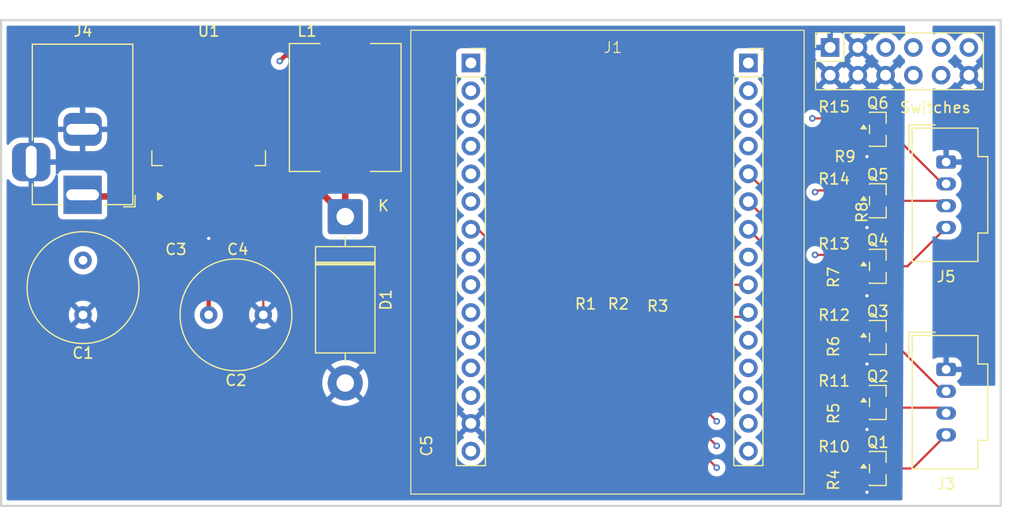
<source format=kicad_pcb>
(kicad_pcb (version 20241229) (generator "pcbnew") (generator_version "9.0")
  (layers (0 "F.Cu" signal) (4 "In1.Cu" signal) (6 "In2.Cu" signal) (2 "B.Cu" signal) (13 "F.Paste" user) (15 "B.Paste" user) (5 "F.SilkS" user "F.Silkscreen") (7 "B.SilkS" user "B.Silkscreen") (1 "F.Mask" user) (3 "B.Mask" user) (25 "Edge.Cuts" user))
  (net 0 "")
  (net 1 "GND")
  (net 2 "+24V")
  (net 3 "+5V")
  (net 4 "/Buck-Out")
  (net 5 "/Red_1")
  (net 6 "/Green_1")
  (net 7 "/Blue_1")
  (net 9 "/Red_2")
  (net 10 "/Blue_2")
  (net 11 "/Green_2")
  (net 12 "Net-(Q1-G)")
  (net 13 "Net-(Q2-G)")
  (net 14 "Net-(Q3-G)")
  (net 15 "Net-(Q4-G)")
  (net 16 "Net-(Q5-G)")
  (net 17 "Net-(Q6-G)")
  (net 18 "+3V3")
  (net 35 "LED_24V")
  (net 36 "Color_Btn")
  (net 37 "Selector_Sw")
  (net 38 "BLUE_PWM")
  (net 39 "Main_Switch")
  (net 40 "Color_Pot")
  (net 41 "Brightness_Pot")
  (net 42 "RED_PWM")
  (net 43 "GREEN_PWM")
  (net 44 "GREEN_PWM_2")
  (net 45 "BLUE_PWM_2")
  (net 46 "RED_PWM_2")
  (footprint "Resistor_SMD:R_0201_0603Metric" (layer "F.Cu") (at 128.745 82.025 90)
    (property "Reference" "R5" (at 0 -1.05 90) (layer "F.SilkS"))
    (property "Value" "10kΩ")
    (pad "1" smd roundrect (at -0.32 0 90) (size 0.46 0.4) (layers "F.Cu" "F.Mask") (net 1 "GND"))
    (pad "2" smd roundrect (at 0.32 0 90) (size 0.46 0.4) (layers "F.Cu" "F.Mask") (net 42 "RED_PWM"))
  )
  (footprint "Custom:ESP32-32-Devkit-30-Pin" (layer "F.Cu") (at 94.5 49.92)
    (property "Reference" "J1" (at 13 -1.42 0) (layer "F.SilkS") (effects (font (thickness 0.1))))
    (property "Value" "ESP32-WROOM-DevKit")
    (fp_line (start -1.33 1.27) (end -1.33 36.89) (stroke (width 0.12)) (layer "F.SilkS"))
    (fp_line (start -1.33 1.27) (end 1.33 1.27) (stroke (width 0.12)) (layer "F.SilkS"))
    (fp_line (start -1.33 36.89) (end 1.33 36.89) (stroke (width 0.12)) (layer "F.SilkS"))
    (fp_line (start 0 -1.33) (end 1.33 -1.33) (stroke (width 0.12)) (layer "F.SilkS"))
    (fp_line (start 1.33 -1.33) (end 1.33 0) (stroke (width 0.12)) (layer "F.SilkS"))
    (fp_line (start 1.33 1.27) (end 1.33 36.89) (stroke (width 0.12)) (layer "F.SilkS"))
    (fp_line (start 24.07 1.27) (end 24.07 36.89) (stroke (width 0.12)) (layer "F.SilkS"))
    (fp_line (start 24.07 1.27) (end 26.73 1.27) (stroke (width 0.12)) (layer "F.SilkS"))
    (fp_line (start 24.07 36.89) (end 26.73 36.89) (stroke (width 0.12)) (layer "F.SilkS"))
    (fp_line (start 25.4 -1.33) (end 26.73 -1.33) (stroke (width 0.12)) (layer "F.SilkS"))
    (fp_line (start 26.73 -1.33) (end 26.73 0) (stroke (width 0.12)) (layer "F.SilkS"))
    (fp_line (start 26.73 1.27) (end 26.73 36.89) (stroke (width 0.12)) (layer "F.SilkS"))
    (fp_rect (start -5.5 -3) (end 30.5 39.5) (stroke (width 0.1)) (fill no) (layer "F.SilkS"))
    (pad "1" thru_hole rect (at 0 0) (size 1.7 1.7) (drill 1) (layers "*.Cu" "*.Mask"))
    (pad "2" thru_hole circle (at 0 2.54) (size 1.7 1.7) (drill 1) (layers "*.Cu" "*.Mask"))
    (pad "3" thru_hole circle (at 0 5.08) (size 1.7 1.7) (drill 1) (layers "*.Cu" "*.Mask"))
    (pad "4" thru_hole circle (at 0 7.62) (size 1.7 1.7) (drill 1) (layers "*.Cu" "*.Mask") (net 40 "Color_Pot"))
    (pad "5" thru_hole circle (at 0 10.16) (size 1.7 1.7) (drill 1) (layers "*.Cu" "*.Mask") (net 41 "Brightness_Pot"))
    (pad "6" thru_hole circle (at 0 12.7) (size 1.7 1.7) (drill 1) (layers "*.Cu" "*.Mask"))
    (pad "7" thru_hole circle (at 0 15.24) (size 1.7 1.7) (drill 1) (layers "*.Cu" "*.Mask") (net 39 "Main_Switch"))
    (pad "8" thru_hole circle (at 0 17.78) (size 1.7 1.7) (drill 1) (layers "*.Cu" "*.Mask") (net 44 "GREEN_PWM_2"))
    (pad "9" thru_hole circle (at 0 20.32) (size 1.7 1.7) (drill 1) (layers "*.Cu" "*.Mask") (net 46 "RED_PWM_2"))
    (pad "10" thru_hole circle (at 0 22.86) (size 1.7 1.7) (drill 1) (layers "*.Cu" "*.Mask") (net 45 "BLUE_PWM_2"))
    (pad "11" thru_hole circle (at 0 25.4) (size 1.7 1.7) (drill 1) (layers "*.Cu" "*.Mask"))
    (pad "12" thru_hole circle (at 0 27.94) (size 1.7 1.7) (drill 1) (layers "*.Cu" "*.Mask"))
    (pad "13" thru_hole circle (at 0 30.48) (size 1.7 1.7) (drill 1) (layers "*.Cu" "*.Mask"))
    (pad "14" thru_hole circle (at 0 33.02) (size 1.7 1.7) (drill 1) (layers "*.Cu" "*.Mask") (net 1 "GND"))
    (pad "15" thru_hole circle (at 0 35.56) (size 1.7 1.7) (drill 1) (layers "*.Cu" "*.Mask") (net 3 "+5V"))
    (pad "16" thru_hole circle (at 25.4 35.56) (size 1.7 1.7) (drill 1) (layers "*.Cu" "*.Mask") (net 18 "+3V3"))
    (pad "17" thru_hole circle (at 25.4 33.02) (size 1.7 1.7) (drill 1) (layers "*.Cu" "*.Mask"))
    (pad "18" thru_hole circle (at 25.4 30.48) (size 1.7 1.7) (drill 1) (layers "*.Cu" "*.Mask"))
    (pad "19" thru_hole circle (at 25.4 27.94) (size 1.7 1.7) (drill 1) (layers "*.Cu" "*.Mask"))
    (pad "20" thru_hole circle (at 25.4 25.4) (size 1.7 1.7) (drill 1) (layers "*.Cu" "*.Mask"))
    (pad "21" thru_hole circle (at 25.4 22.86) (size 1.7 1.7) (drill 1) (layers "*.Cu" "*.Mask") (net 37 "Selector_Sw"))
    (pad "22" thru_hole circle (at 25.4 20.32) (size 1.7 1.7) (drill 1) (layers "*.Cu" "*.Mask") (net 36 "Color_Btn"))
    (pad "23" thru_hole circle (at 25.4 17.78) (size 1.7 1.7) (drill 1) (layers "*.Cu" "*.Mask"))
    (pad "24" thru_hole circle (at 25.4 15.24) (size 1.7 1.7) (drill 1) (layers "*.Cu" "*.Mask") (net 38 "BLUE_PWM"))
    (pad "25" thru_hole circle (at 25.4 12.7) (size 1.7 1.7) (drill 1) (layers "*.Cu" "*.Mask") (net 42 "RED_PWM"))
    (pad "26" thru_hole circle (at 25.4 10.16) (size 1.7 1.7) (drill 1) (layers "*.Cu" "*.Mask") (net 43 "GREEN_PWM"))
    (pad "27" thru_hole circle (at 25.4 7.62) (size 1.7 1.7) (drill 1) (layers "*.Cu" "*.Mask"))
    (pad "28" thru_hole circle (at 25.4 5.08) (size 1.7 1.7) (drill 1) (layers "*.Cu" "*.Mask"))
    (pad "29" thru_hole circle (at 25.4 2.54) (size 1.7 1.7) (drill 1) (layers "*.Cu" "*.Mask"))
    (pad "30" thru_hole rect (at 25.4 0) (size 1.7 1.7) (drill 1) (layers "*.Cu" "*.Mask"))
  )
  (footprint "Connector_Molex:Molex_MicroClasp_55932-0430_1x04_P2.00mm_Vertical" (layer "F.Cu") (at 138 59 -90)
    (property "Reference" "J5" (at 10.5 0 180) (layer "F.SilkS"))
    (property "Value" "BOOMELE PH-4A")
    (fp_line (start -3.41 3.41) (end -1 3.41) (stroke (width 0.12)) (layer "F.SilkS"))
    (fp_line (start -3.11 3.11) (end 3 3.11) (stroke (width 0.12)) (layer "F.SilkS"))
    (fp_line (start 9.11 3.11) (end 3 3.11) (stroke (width 0.12)) (layer "F.SilkS"))
    (fp_line (start -3.41 1) (end -3.41 3.41) (stroke (width 0.12)) (layer "F.SilkS"))
    (fp_line (start -3.11 -2.91) (end -3.11 3.11) (stroke (width 0.12)) (layer "F.SilkS"))
    (fp_line (start -0.5 -2.91) (end -3.11 -2.91) (stroke (width 0.12)) (layer "F.SilkS"))
    (fp_line (start 6.5 -2.91) (end 9.11 -2.91) (stroke (width 0.12)) (layer "F.SilkS"))
    (fp_line (start 9.11 -2.91) (end 9.11 3.11) (stroke (width 0.12)) (layer "F.SilkS"))
    (fp_line (start -0.5 -3.81) (end -0.5 -2.91) (stroke (width 0.12)) (layer "F.SilkS"))
    (fp_line (start 3 -3.81) (end -0.5 -3.81) (stroke (width 0.12)) (layer "F.SilkS"))
    (fp_line (start 3 -3.81) (end 6.5 -3.81) (stroke (width 0.12)) (layer "F.SilkS"))
    (fp_line (start 6.5 -3.81) (end 6.5 -2.91) (stroke (width 0.12)) (layer "F.SilkS"))
    (pad "1" thru_hole roundrect (at 0 0 270) (size 1.2 1.8) (drill 0.8) (layers "*.Cu" "*.Mask") (roundrect_rratio 0.208333) (net 35 "LED_24V"))
    (pad "2" thru_hole oval (at 2 0 270) (size 1.2 1.8) (drill 0.8) (layers "*.Cu" "*.Mask") (net 11 "/Green_2"))
    (pad "3" thru_hole oval (at 4 0 270) (size 1.2 1.8) (drill 0.8) (layers "*.Cu" "*.Mask") (net 9 "/Red_2"))
    (pad "4" thru_hole oval (at 6 0 270) (size 1.2 1.8) (drill 0.8) (layers "*.Cu" "*.Mask") (net 10 "/Blue_2"))
  )
  (footprint "Capacitor_SMD:C_0201_0603Metric" (layer "F.Cu") (at 91.5 85 90)
    (property "Reference" "C5" (at 0 -1.05 90) (layer "F.SilkS"))
    (property "Value" "100nF")
    (pad "1" smd roundrect (at -0.32 0 90) (size 0.46 0.4) (layers "F.Cu" "F.Mask") (net 3 "+5V"))
    (pad "2" smd roundrect (at 0.32 0 90) (size 0.46 0.4) (layers "F.Cu" "F.Mask") (net 1 "GND"))
  )
  (footprint "Connector_Molex:Molex_MicroClasp_55932-0430_1x04_P2.00mm_Vertical" (layer "F.Cu") (at 138 78 -90)
    (property "Reference" "J3" (at 10.5 0 180) (layer "F.SilkS"))
    (property "Value" "BOOMELE PH-4A")
    (fp_line (start -3.41 3.41) (end -1 3.41) (stroke (width 0.12)) (layer "F.SilkS"))
    (fp_line (start -3.11 3.11) (end 3 3.11) (stroke (width 0.12)) (layer "F.SilkS"))
    (fp_line (start 9.11 3.11) (end 3 3.11) (stroke (width 0.12)) (layer "F.SilkS"))
    (fp_line (start -3.41 1) (end -3.41 3.41) (stroke (width 0.12)) (layer "F.SilkS"))
    (fp_line (start -3.11 -2.91) (end -3.11 3.11) (stroke (width 0.12)) (layer "F.SilkS"))
    (fp_line (start -0.5 -2.91) (end -3.11 -2.91) (stroke (width 0.12)) (layer "F.SilkS"))
    (fp_line (start 6.5 -2.91) (end 9.11 -2.91) (stroke (width 0.12)) (layer "F.SilkS"))
    (fp_line (start 9.11 -2.91) (end 9.11 3.11) (stroke (width 0.12)) (layer "F.SilkS"))
    (fp_line (start -0.5 -3.81) (end -0.5 -2.91) (stroke (width 0.12)) (layer "F.SilkS"))
    (fp_line (start 3 -3.81) (end -0.5 -3.81) (stroke (width 0.12)) (layer "F.SilkS"))
    (fp_line (start 3 -3.81) (end 6.5 -3.81) (stroke (width 0.12)) (layer "F.SilkS"))
    (fp_line (start 6.5 -3.81) (end 6.5 -2.91) (stroke (width 0.12)) (layer "F.SilkS"))
    (pad "1" thru_hole roundrect (at 0 0 270) (size 1.2 1.8) (drill 0.8) (layers "*.Cu" "*.Mask") (roundrect_rratio 0.208333) (net 35 "LED_24V"))
    (pad "2" thru_hole oval (at 2 0 270) (size 1.2 1.8) (drill 0.8) (layers "*.Cu" "*.Mask") (net 6 "/Green_1"))
    (pad "3" thru_hole oval (at 4 0 270) (size 1.2 1.8) (drill 0.8) (layers "*.Cu" "*.Mask") (net 5 "/Red_1"))
    (pad "4" thru_hole oval (at 6 0 270) (size 1.2 1.8) (drill 0.8) (layers "*.Cu" "*.Mask") (net 7 "/Blue_1"))
  )
  (footprint "Package_TO_SOT_SMD:SOT-23" (layer "F.Cu") (at 131.745 56)
    (property "Reference" "Q6" (at 0 -2.4 0) (layer "F.SilkS"))
    (property "Value" "FDV303N")
    (fp_line (start -0.76 -1.56) (end 0.76 -1.56) (stroke (width 0.12)) (layer "F.SilkS"))
    (fp_line (start -0.76 -1.51) (end -0.76 -1.56) (stroke (width 0.12)) (layer "F.SilkS"))
    (fp_line (start -0.76 0.39) (end -0.76 -0.39) (stroke (width 0.12)) (layer "F.SilkS"))
    (fp_line (start -0.76 1.56) (end -0.76 1.51) (stroke (width 0.12)) (layer "F.SilkS"))
    (fp_line (start 0.76 -1.56) (end 0.76 -0.56) (stroke (width 0.12)) (layer "F.SilkS"))
    (fp_line (start 0.76 0.56) (end 0.76 1.56) (stroke (width 0.12)) (layer "F.SilkS"))
    (fp_line (start 0.76 1.56) (end -0.76 1.56) (stroke (width 0.12)) (layer "F.SilkS"))
    (fp_poly (pts (xy -1.3 -0.38) (xy -1.06 -0.05) (xy -1.54 -0.05)) (stroke (width 0.12)) (fill yes) (layer "F.SilkS"))
    (pad "1" smd roundrect (at -0.9375 -0.95) (size 1.475 0.6) (layers "F.Cu" "F.Mask" "F.Paste") (net 17 "Net-(Q6-G)"))
    (pad "2" smd roundrect (at -0.9375 0.95) (size 1.475 0.6) (layers "F.Cu" "F.Mask" "F.Paste") (net 1 "GND"))
    (pad "3" smd roundrect (at 0.9375 0) (size 1.475 0.6) (layers "F.Cu" "F.Mask" "F.Paste") (net 11 "/Green_2"))
  )
  (footprint "Inductor_SMD:L_Sunlord_MWSA1005S" (layer "F.Cu") (at 83 54 90)
    (property "Reference" "L1" (at 7 -3.5 180) (layer "F.SilkS"))
    (property "Value" "68μH")
    (fp_line (start 5.86 -5.11) (end 5.86 -2.31) (stroke (width 0.12)) (layer "F.SilkS"))
    (fp_line (start -5.86 -5.11) (end 5.86 -5.11) (stroke (width 0.12)) (layer "F.SilkS"))
    (fp_line (start -5.86 -2.31) (end -5.86 -5.11) (stroke (width 0.12)) (layer "F.SilkS"))
    (fp_line (start 5.86 2.31) (end 5.86 5.11) (stroke (width 0.12)) (layer "F.SilkS"))
    (fp_line (start 5.86 5.11) (end -5.86 5.11) (stroke (width 0.12)) (layer "F.SilkS"))
    (fp_line (start -5.86 5.11) (end -5.86 2.31) (stroke (width 0.12)) (layer "F.SilkS"))
    (pad "1" smd roundrect (at -4.75 0 90) (size 4.1 4.1) (layers "F.Cu" "F.Mask" "F.Paste") (roundrect_rratio 0.060976) (net 4 "/Buck-Out"))
    (pad "2" smd roundrect (at 4.75 0 90) (size 4.1 4.1) (layers "F.Cu" "F.Mask" "F.Paste") (roundrect_rratio 0.060976) (net 3 "+5V"))
  )
  (footprint "Connector_BarrelJack:BarrelJack_Horizontal" (layer "F.Cu") (at 58.9575 62 -90)
    (property "Reference" "J4" (at -15 -0.0425 180) (layer "F.SilkS"))
    (property "Value" "DC-005C-20A")
    (fp_line (start -13.8 4.6) (end -13.8 -4.6) (stroke (width 0.12)) (layer "F.SilkS"))
    (fp_line (start -5 4.6) (end -13.8 4.6) (stroke (width 0.12)) (layer "F.SilkS"))
    (fp_line (start 0.9 4.6) (end -1 4.6) (stroke (width 0.12)) (layer "F.SilkS"))
    (fp_line (start 0.9 1.9) (end 0.9 4.6) (stroke (width 0.12)) (layer "F.SilkS"))
    (fp_line (start 1.1 -3.75) (end 1.1 -4.8) (stroke (width 0.12)) (layer "F.SilkS"))
    (fp_line (start -13.8 -4.6) (end 0.9 -4.6) (stroke (width 0.12)) (layer "F.SilkS"))
    (fp_line (start 0.9 -4.6) (end 0.9 -2) (stroke (width 0.12)) (layer "F.SilkS"))
    (fp_line (start 0.05 -4.8) (end 1.1 -4.8) (stroke (width 0.12)) (layer "F.SilkS"))
    (pad "1" thru_hole rect (at 0 0 270) (size 3.5 3.5) (drill oval 1 3) (layers "*.Cu" "*.Mask") (net 2 "+24V"))
    (pad "2" thru_hole roundrect (at -6 0 270) (size 3 3.5) (drill oval 1 3) (layers "*.Cu" "*.Mask") (net 1 "GND"))
    (pad "3" thru_hole roundrect (at -3 4.7 270) (size 3.5 3.5) (drill oval 3 1) (layers "*.Cu" "*.Mask"))
  )
  (footprint "Package_TO_SOT_SMD:SOT-23" (layer "F.Cu") (at 131.745 87.075)
    (property "Reference" "Q1" (at 0 -2.4 0) (layer "F.SilkS"))
    (property "Value" "FDV303N")
    (fp_line (start -0.76 -1.56) (end 0.76 -1.56) (stroke (width 0.12)) (layer "F.SilkS"))
    (fp_line (start -0.76 -1.51) (end -0.76 -1.56) (stroke (width 0.12)) (layer "F.SilkS"))
    (fp_line (start -0.76 0.39) (end -0.76 -0.39) (stroke (width 0.12)) (layer "F.SilkS"))
    (fp_line (start -0.76 1.56) (end -0.76 1.51) (stroke (width 0.12)) (layer "F.SilkS"))
    (fp_line (start 0.76 -1.56) (end 0.76 -0.56) (stroke (width 0.12)) (layer "F.SilkS"))
    (fp_line (start 0.76 0.56) (end 0.76 1.56) (stroke (width 0.12)) (layer "F.SilkS"))
    (fp_line (start 0.76 1.56) (end -0.76 1.56) (stroke (width 0.12)) (layer "F.SilkS"))
    (fp_poly (pts (xy -1.3 -0.38) (xy -1.06 -0.05) (xy -1.54 -0.05)) (stroke (width 0.12)) (fill yes) (layer "F.SilkS"))
    (pad "1" smd roundrect (at -0.9375 -0.95) (size 1.475 0.6) (layers "F.Cu" "F.Mask" "F.Paste") (net 12 "Net-(Q1-G)"))
    (pad "2" smd roundrect (at -0.9375 0.95) (size 1.475 0.6) (layers "F.Cu" "F.Mask" "F.Paste") (net 1 "GND"))
    (pad "3" smd roundrect (at 0.9375 0) (size 1.475 0.6) (layers "F.Cu" "F.Mask" "F.Paste") (net 7 "/Blue_1"))
  )
  (footprint "Resistor_SMD:R_0201_0603Metric" (layer "F.Cu") (at 127.745 80.106671)
    (property "Reference" "R11" (at 0 -1.05 0) (layer "F.SilkS"))
    (property "Value" "100Ω")
    (pad "1" smd roundrect (at -0.32 0) (size 0.46 0.4) (layers "F.Cu" "F.Mask") (net 42 "RED_PWM"))
    (pad "2" smd roundrect (at 0.32 0) (size 0.46 0.4) (layers "F.Cu" "F.Mask") (net 13 "Net-(Q2-G)"))
  )
  (footprint "Capacitor_SMD:C_0201_0603Metric" (layer "F.Cu") (at 67.5 66)
    (property "Reference" "C3" (at 0 1 0) (layer "F.SilkS"))
    (property "Value" "100nF")
    (pad "1" smd roundrect (at -0.32 0) (size 0.46 0.4) (layers "F.Cu" "F.Mask") (net 2 "+24V"))
    (pad "2" smd roundrect (at 0.32 0) (size 0.46 0.4) (layers "F.Cu" "F.Mask") (net 1 "GND"))
  )
  (footprint "Diode_THT:D_DO-201AD_P15.24mm_Horizontal" (layer "F.Cu") (at 83 64 -90)
    (property "Reference" "D1" (at 7.62 -3.72 90) (layer "F.SilkS"))
    (property "Value" "1N5824")
    (fp_line (start 1.84 0) (end 2.75 0) (stroke (width 0.12)) (layer "F.SilkS"))
    (fp_line (start 13.4 0) (end 12.49 0) (stroke (width 0.12)) (layer "F.SilkS"))
    (fp_line (start 4.175 -2.72) (end 4.175 2.72) (stroke (width 0.12)) (layer "F.SilkS"))
    (fp_line (start 4.295 -2.72) (end 4.295 2.72) (stroke (width 0.12)) (layer "F.SilkS"))
    (fp_line (start 4.415 -2.72) (end 4.415 2.72) (stroke (width 0.12)) (layer "F.SilkS"))
    (fp_rect (start 2.75 -2.72) (end 12.49 2.72) (stroke (width 0.12)) (fill no) (layer "F.SilkS"))
    (fp_text user "K" (at -1 -3.5 180) (layer "F.SilkS"))
    (pad "1" thru_hole roundrect (at 0 0 270) (size 3.2 3.2) (drill 1.6) (layers "*.Cu" "*.Mask") (roundrect_rratio 0.078125) (net 4 "/Buck-Out"))
    (pad "2" thru_hole circle (at 15.24 0 270) (size 3.2 3.2) (drill 1.6) (layers "*.Cu" "*.Mask") (net 1 "GND"))
  )
  (footprint "Resistor_SMD:R_0201_0603Metric" (layer "F.Cu") (at 105 73.5 -90)
    (property "Reference" "R1" (at -1.5 0 180) (layer "F.SilkS"))
    (property "Value" "10kΩ")
    (pad "1" smd roundrect (at -0.32 0 270) (size 0.46 0.4) (layers "F.Cu" "F.Mask") (net 39 "Main_Switch"))
    (pad "2" smd roundrect (at 0.32 0 270) (size 0.46 0.4) (layers "F.Cu" "F.Mask") (net 18 "+3V3"))
  )
  (footprint "Resistor_SMD:R_0201_0603Metric" (layer "F.Cu") (at 127.745 67.55)
    (property "Reference" "R13" (at 0 -1.05 0) (layer "F.SilkS"))
    (property "Value" "100Ω")
    (pad "1" smd roundrect (at -0.32 0) (size 0.46 0.4) (layers "F.Cu" "F.Mask") (net 45 "BLUE_PWM_2"))
    (pad "2" smd roundrect (at 0.32 0) (size 0.46 0.4) (layers "F.Cu" "F.Mask") (net 15 "Net-(Q4-G)"))
  )
  (footprint "Resistor_SMD:R_0201_0603Metric" (layer "F.Cu") (at 127.745 86.125)
    (property "Reference" "R10" (at 0 -1.05 0) (layer "F.SilkS"))
    (property "Value" "100Ω")
    (pad "1" smd roundrect (at -0.32 0) (size 0.46 0.4) (layers "F.Cu" "F.Mask") (net 38 "BLUE_PWM"))
    (pad "2" smd roundrect (at 0.32 0) (size 0.46 0.4) (layers "F.Cu" "F.Mask") (net 12 "Net-(Q1-G)"))
  )
  (footprint "Resistor_SMD:R_0201_0603Metric" (layer "F.Cu") (at 111.5 73.5 -90)
    (property "Reference" "R3" (at -1.3 -0.1 180) (layer "F.SilkS"))
    (property "Value" "10kΩ" (hide yes))
    (pad "1" smd roundrect (at -0.32 0 270) (size 0.46 0.4) (layers "F.Cu" "F.Mask") (net 37 "Selector_Sw"))
    (pad "2" smd roundrect (at 0.32 0 270) (size 0.46 0.4) (layers "F.Cu" "F.Mask") (net 18 "+3V3"))
  )
  (footprint "Connector_PinSocket_2.54mm:PinSocket_2x06_P2.54mm_Vertical" (layer "F.Cu") (at 127.38 48.5 90)
    (property "Reference" "Switches" (at -5.5 9.62 180) (layer "F.SilkS"))
    (property "Value" "PinSocket_2x06_P2.54mm_Vertical")
    (fp_line (start 1.33 -1.33) (end 1.33 0) (stroke (width 0.12)) (layer "F.SilkS"))
    (fp_line (start 0 -1.33) (end 1.33 -1.33) (stroke (width 0.12)) (layer "F.SilkS"))
    (fp_line (start -1.27 -1.33) (end -1.27 1.27) (stroke (width 0.12)) (layer "F.SilkS"))
    (fp_line (start -3.87 -1.33) (end -1.27 -1.33) (stroke (width 0.12)) (layer "F.SilkS"))
    (fp_line (start -3.87 -1.33) (end -3.87 14.03) (stroke (width 0.12)) (layer "F.SilkS"))
    (fp_line (start 1.33 1.27) (end 1.33 14.03) (stroke (width 0.12)) (layer "F.SilkS"))
    (fp_line (start -1.27 1.27) (end 1.33 1.27) (stroke (width 0.12)) (layer "F.SilkS"))
    (fp_line (start -3.87 14.03) (end 1.33 14.03) (stroke (width 0.12)) (layer "F.SilkS"))
    (pad "1" thru_hole rect (at 0 0 90) (size 1.7 1.7) (drill 1) (layers "*.Cu" "*.Mask") (net 1 "GND"))
    (pad "2" thru_hole circle (at -2.54 0 90) (size 1.7 1.7) (drill 1) (layers "*.Cu" "*.Mask") (net 1 "GND"))
    (pad "3" thru_hole circle (at 0 2.54 90) (size 1.7 1.7) (drill 1) (layers "*.Cu" "*.Mask") (net 1 "GND"))
    (pad "4" thru_hole circle (at -2.54 2.54 90) (size 1.7 1.7) (drill 1) (layers "*.Cu" "*.Mask") (net 1 "GND"))
    (pad "5" thru_hole circle (at 0 5.08 90) (size 1.7 1.7) (drill 1) (layers "*.Cu" "*.Mask") (net 18 "+3V3"))
    (pad "6" thru_hole circle (at -2.54 5.08 90) (size 1.7 1.7) (drill 1) (layers "*.Cu" "*.Mask") (net 1 "GND"))
    (pad "7" thru_hole circle (at 0 7.62 90) (size 1.7 1.7) (drill 1) (layers "*.Cu" "*.Mask") (net 18 "+3V3"))
    (pad "8" thru_hole circle (at -2.54 7.62 90) (size 1.7 1.7) (drill 1) (layers "*.Cu" "*.Mask") (net 18 "+3V3"))
    (pad "9" thru_hole circle (at 0 10.16 90) (size 1.7 1.7) (drill 1) (layers "*.Cu" "*.Mask") (net 18 "+3V3"))
    (pad "10" thru_hole circle (at -2.54 10.16 90) (size 1.7 1.7) (drill 1) (layers "*.Cu" "*.Mask") (net 18 "+3V3"))
    (pad "11" thru_hole circle (at 0 12.7 90) (size 1.7 1.7) (drill 1) (layers "*.Cu" "*.Mask") (net 2 "+24V"))
    (pad "12" thru_hole circle (at -2.54 12.7 90) (size 1.7 1.7) (drill 1) (layers "*.Cu" "*.Mask") (net 35 "LED_24V"))
  )
  (footprint "Package_TO_SOT_SMD:SOT-23" (layer "F.Cu") (at 131.745 81.025)
    (property "Reference" "Q2" (at 0 -2.4 0) (layer "F.SilkS"))
    (property "Value" "FDV303N")
    (fp_line (start -0.76 -1.56) (end 0.76 -1.56) (stroke (width 0.12)) (layer "F.SilkS"))
    (fp_line (start -0.76 -1.51) (end -0.76 -1.56) (stroke (width 0.12)) (layer "F.SilkS"))
    (fp_line (start -0.76 0.39) (end -0.76 -0.39) (stroke (width 0.12)) (layer "F.SilkS"))
    (fp_line (start -0.76 1.56) (end -0.76 1.51) (stroke (width 0.12)) (layer "F.SilkS"))
    (fp_line (start 0.76 -1.56) (end 0.76 -0.56) (stroke (width 0.12)) (layer "F.SilkS"))
    (fp_line (start 0.76 0.56) (end 0.76 1.56) (stroke (width 0.12)) (layer "F.SilkS"))
    (fp_line (start 0.76 1.56) (end -0.76 1.56) (stroke (width 0.12)) (layer "F.SilkS"))
    (fp_poly (pts (xy -1.3 -0.38) (xy -1.06 -0.05) (xy -1.54 -0.05)) (stroke (width 0.12)) (fill yes) (layer "F.SilkS"))
    (pad "1" smd roundrect (at -0.9375 -0.95) (size 1.475 0.6) (layers "F.Cu" "F.Mask" "F.Paste") (net 13 "Net-(Q2-G)"))
    (pad "2" smd roundrect (at -0.9375 0.95) (size 1.475 0.6) (layers "F.Cu" "F.Mask" "F.Paste") (net 1 "GND"))
    (pad "3" smd roundrect (at 0.9375 0) (size 1.475 0.6) (layers "F.Cu" "F.Mask" "F.Paste") (net 5 "/Red_1"))
  )
  (footprint "Resistor_SMD:R_0201_0603Metric" (layer "F.Cu") (at 127.745 74.075)
    (property "Reference" "R12" (at 0 -1.05 0) (layer "F.SilkS"))
    (property "Value" "100Ω")
    (pad "1" smd roundrect (at -0.32 0) (size 0.46 0.4) (layers "F.Cu" "F.Mask") (net 43 "GREEN_PWM"))
    (pad "2" smd roundrect (at 0.32 0) (size 0.46 0.4) (layers "F.Cu" "F.Mask") (net 14 "Net-(Q3-G)"))
  )
  (footprint "Package_TO_SOT_SMD:TO-263-5_TabPin3" (layer "F.Cu") (at 70.5 54.5 90)
    (property "Reference" "U1" (at 7.5 0 0) (layer "F.SilkS"))
    (property "Value" "LM2596S-5")
    (fp_line (start -3.46 -5.2) (end -4.825 -5.2) (stroke (width 0.12)) (layer "F.SilkS"))
    (fp_line (start -4.825 -5.2) (end -4.825 -4.25) (stroke (width 0.12)) (layer "F.SilkS"))
    (fp_line (start -3.46 5.2) (end -4.825 5.2) (stroke (width 0.12)) (layer "F.SilkS"))
    (fp_line (start -4.825 5.2) (end -4.825 4.25) (stroke (width 0.12)) (layer "F.SilkS"))
    (fp_poly (pts (xy -7.65 -4.21) (xy -7.99 -4.68) (xy -7.31 -4.68)) (stroke (width 0.12)) (fill yes) (layer "F.SilkS"))
    (pad "1" smd roundrect (at -7.65 -3.4 90) (size 4.6 1.1) (layers "F.Cu" "F.Mask" "F.Paste") (roundrect_rratio 0.227273) (net 2 "+24V"))
    (pad "2" smd roundrect (at -7.65 -1.7 90) (size 4.6 1.1) (layers "F.Cu" "F.Mask" "F.Paste") (roundrect_rratio 0.227273) (net 4 "/Buck-Out"))
    (pad "3" smd roundrect (at -7.65 0 90) (size 4.6 1.1) (layers "F.Cu" "F.Mask" "F.Paste") (roundrect_rratio 0.227273) (net 1 "GND"))
    (pad "3" smd roundrect (at 1.5 0 90) (size 9.4 10.8) (layers "F.Cu" "F.Mask") (roundrect_rratio 0.026596) (net 1 "GND"))
    (pad "4" smd roundrect (at -7.65 1.7 90) (size 4.6 1.1) (layers "F.Cu" "F.Mask" "F.Paste") (roundrect_rratio 0.227273) (net 3 "+5V"))
    (pad "5" smd roundrect (at -7.65 3.4 90) (size 4.6 1.1) (layers "F.Cu" "F.Mask" "F.Paste") (roundrect_rratio 0.227273) (net 1 "GND"))
  )
  (footprint "Package_TO_SOT_SMD:SOT-23" (layer "F.Cu") (at 131.745 68.55)
    (property "Reference" "Q4" (at 0 -2.4 0) (layer "F.SilkS"))
    (property "Value" "FDV303N")
    (fp_line (start -0.76 -1.56) (end 0.76 -1.56) (stroke (width 0.12)) (layer "F.SilkS"))
    (fp_line (start -0.76 -1.51) (end -0.76 -1.56) (stroke (width 0.12)) (layer "F.SilkS"))
    (fp_line (start -0.76 0.39) (end -0.76 -0.39) (stroke (width 0.12)) (layer "F.SilkS"))
    (fp_line (start -0.76 1.56) (end -0.76 1.51) (stroke (width 0.12)) (layer "F.SilkS"))
    (fp_line (start 0.76 -1.56) (end 0.76 -0.56) (stroke (width 0.12)) (layer "F.SilkS"))
    (fp_line (start 0.76 0.56) (end 0.76 1.56) (stroke (width 0.12)) (layer "F.SilkS"))
    (fp_line (start 0.76 1.56) (end -0.76 1.56) (stroke (width 0.12)) (layer "F.SilkS"))
    (fp_poly (pts (xy -1.3 -0.38) (xy -1.06 -0.05) (xy -1.54 -0.05)) (stroke (width 0.12)) (fill yes) (layer "F.SilkS"))
    (pad "1" smd roundrect (at -0.9375 -0.95) (size 1.475 0.6) (layers "F.Cu" "F.Mask" "F.Paste") (net 15 "Net-(Q4-G)"))
    (pad "2" smd roundrect (at -0.9375 0.95) (size 1.475 0.6) (layers "F.Cu" "F.Mask" "F.Paste") (net 1 "GND"))
    (pad "3" smd roundrect (at 0.9375 0) (size 1.475 0.6) (layers "F.Cu" "F.Mask" "F.Paste") (net 10 "/Blue_2"))
  )
  (footprint "Resistor_SMD:R_0201_0603Metric" (layer "F.Cu") (at 108 73.5 -90)
    (property "Reference" "R2" (at -1.5 0 180) (layer "F.SilkS"))
    (property "Value" "10kΩ" (hide yes))
    (pad "1" smd roundrect (at -0.32 0 270) (size 0.46 0.4) (layers "F.Cu" "F.Mask") (net 36 "Color_Btn"))
    (pad "2" smd roundrect (at 0.32 0 270) (size 0.46 0.4) (layers "F.Cu" "F.Mask") (net 18 "+3V3"))
  )
  (footprint "Package_TO_SOT_SMD:SOT-23" (layer "F.Cu") (at 131.745 62.55)
    (property "Reference" "Q5" (at 0 -2.4 0) (layer "F.SilkS"))
    (property "Value" "FDV303N")
    (fp_line (start -0.76 -1.56) (end 0.76 -1.56) (stroke (width 0.12)) (layer "F.SilkS"))
    (fp_line (start -0.76 -1.51) (end -0.76 -1.56) (stroke (width 0.12)) (layer "F.SilkS"))
    (fp_line (start -0.76 0.39) (end -0.76 -0.39) (stroke (width 0.12)) (layer "F.SilkS"))
    (fp_line (start -0.76 1.56) (end -0.76 1.51) (stroke (width 0.12)) (layer "F.SilkS"))
    (fp_line (start 0.76 -1.56) (end 0.76 -0.56) (stroke (width 0.12)) (layer "F.SilkS"))
    (fp_line (start 0.76 0.56) (end 0.76 1.56) (stroke (width 0.12)) (layer "F.SilkS"))
    (fp_line (start 0.76 1.56) (end -0.76 1.56) (stroke (width 0.12)) (layer "F.SilkS"))
    (fp_poly (pts (xy -1.3 -0.38) (xy -1.06 -0.05) (xy -1.54 -0.05)) (stroke (width 0.12)) (fill yes) (layer "F.SilkS"))
    (pad "1" smd roundrect (at -0.9375 -0.95) (size 1.475 0.6) (layers "F.Cu" "F.Mask" "F.Paste") (net 16 "Net-(Q5-G)"))
    (pad "2" smd roundrect (at -0.9375 0.95) (size 1.475 0.6) (layers "F.Cu" "F.Mask" "F.Paste") (net 1 "GND"))
    (pad "3" smd roundrect (at 0.9375 0) (size 1.475 0.6) (layers "F.Cu" "F.Mask" "F.Paste") (net 9 "/Red_2"))
  )
  (footprint "Capacitor_THT:C_Radial_D10.0mm_H16.0mm_P5.00mm" (layer "F.Cu") (at 70.5 73)
    (property "Reference" "C2" (at 2.5 6 180) (layer "F.SilkS"))
    (property "Value" "470uF")
    (fp_circle (center 2.5 0) (end 7.62 0) (stroke (width 0.12)) (fill no) (layer "F.SilkS"))
    (pad "1" thru_hole circle (at 0 0) (size 1.6 1.6) (drill 0.8) (layers "*.Cu" "*.Mask") (net 3 "+5V"))
    (pad "2" thru_hole circle (at 5 0) (size 1.6 1.6) (drill 0.8) (layers "*.Cu" "*.Mask") (net 1 "GND"))
  )
  (footprint "Capacitor_THT:C_Radial_D10.0mm_H16.0mm_P5.00mm" (layer "F.Cu") (at 59 68 -90)
    (property "Reference" "C1" (at 8.5 0 0) (layer "F.SilkS"))
    (property "Value" "470uF")
    (fp_circle (center 2.5 0) (end 7.62 0) (stroke (width 0.12)) (fill no) (layer "F.SilkS"))
    (pad "1" thru_hole circle (at 0 0 270) (size 1.6 1.6) (drill 0.8) (layers "*.Cu" "*.Mask") (net 2 "+24V"))
    (pad "2" thru_hole circle (at 5 0 270) (size 1.6 1.6) (drill 0.8) (layers "*.Cu" "*.Mask") (net 1 "GND"))
  )
  (footprint "Resistor_SMD:R_0201_0603Metric" (layer "F.Cu") (at 127.745 55)
    (property "Reference" "R15" (at 0 -1.05 0) (layer "F.SilkS"))
    (property "Value" "100Ω")
    (pad "1" smd roundrect (at -0.32 0) (size 0.46 0.4) (layers "F.Cu" "F.Mask") (net 44 "GREEN_PWM_2"))
    (pad "2" smd roundrect (at 0.32 0) (size 0.46 0.4) (layers "F.Cu" "F.Mask") (net 17 "Net-(Q6-G)"))
  )
  (footprint "Resistor_SMD:R_0201_0603Metric" (layer "F.Cu") (at 127.745 61.6)
    (property "Reference" "R14" (at 0 -1.05 0) (layer "F.SilkS"))
    (property "Value" "100Ω")
    (pad "1" smd roundrect (at -0.32 0) (size 0.46 0.4) (layers "F.Cu" "F.Mask") (net 46 "RED_PWM_2"))
    (pad "2" smd roundrect (at 0.32 0) (size 0.46 0.4) (layers "F.Cu" "F.Mask") (net 16 "Net-(Q5-G)"))
  )
  (footprint "Resistor_SMD:R_0201_0603Metric" (layer "F.Cu") (at 128.745 75.895 90)
    (property "Reference" "R6" (at 0 -1.05 90) (layer "F.SilkS"))
    (property "Value" "10kΩ")
    (pad "1" smd roundrect (at -0.32 0 90) (size 0.46 0.4) (layers "F.Cu" "F.Mask") (net 1 "GND"))
    (pad "2" smd roundrect (at 0.32 0 90) (size 0.46 0.4) (layers "F.Cu" "F.Mask") (net 43 "GREEN_PWM"))
  )
  (footprint "Resistor_SMD:R_0201_0603Metric" (layer "F.Cu") (at 128.745 69.55 90)
    (property "Reference" "R7" (at 0 -1.05 90) (layer "F.SilkS"))
    (property "Value" "10kΩ")
    (pad "1" smd roundrect (at -0.32 0 90) (size 0.46 0.4) (layers "F.Cu" "F.Mask") (net 1 "GND"))
    (pad "2" smd roundrect (at 0.32 0 90) (size 0.46 0.4) (layers "F.Cu" "F.Mask") (net 45 "BLUE_PWM_2"))
  )
  (footprint "Resistor_SMD:R_0201_0603Metric" (layer "F.Cu") (at 128.745 57 90)
    (property "Reference" "R9" (at -1.5 0 0) (layer "F.SilkS"))
    (property "Value" "10kΩ")
    (pad "1" smd roundrect (at -0.32 0 90) (size 0.46 0.4) (layers "F.Cu" "F.Mask") (net 1 "GND"))
    (pad "2" smd roundrect (at 0.32 0 90) (size 0.46 0.4) (layers "F.Cu" "F.Mask") (net 44 "GREEN_PWM_2"))
  )
  (footprint "Package_TO_SOT_SMD:SOT-23" (layer "F.Cu") (at 131.745 75.075)
    (property "Reference" "Q3" (at 0 -2.4 0) (layer "F.SilkS"))
    (property "Value" "FDV303N")
    (fp_line (start -0.76 -1.56) (end 0.76 -1.56) (stroke (width 0.12)) (layer "F.SilkS"))
    (fp_line (start -0.76 -1.51) (end -0.76 -1.56) (stroke (width 0.12)) (layer "F.SilkS"))
    (fp_line (start -0.76 0.39) (end -0.76 -0.39) (stroke (width 0.12)) (layer "F.SilkS"))
    (fp_line (start -0.76 1.56) (end -0.76 1.51) (stroke (width 0.12)) (layer "F.SilkS"))
    (fp_line (start 0.76 -1.56) (end 0.76 -0.56) (stroke (width 0.12)) (layer "F.SilkS"))
    (fp_line (start 0.76 0.56) (end 0.76 1.56) (stroke (width 0.12)) (layer "F.SilkS"))
    (fp_line (start 0.76 1.56) (end -0.76 1.56) (stroke (width 0.12)) (layer "F.SilkS"))
    (fp_poly (pts (xy -1.3 -0.38) (xy -1.06 -0.05) (xy -1.54 -0.05)) (stroke (width 0.12)) (fill yes) (layer "F.SilkS"))
    (pad "1" smd roundrect (at -0.9375 -0.95) (size 1.475 0.6) (layers "F.Cu" "F.Mask" "F.Paste") (net 14 "Net-(Q3-G)"))
    (pad "2" smd roundrect (at -0.9375 0.95) (size 1.475 0.6) (layers "F.Cu" "F.Mask" "F.Paste") (net 1 "GND"))
    (pad "3" smd roundrect (at 0.9375 0) (size 1.475 0.6) (layers "F.Cu" "F.Mask" "F.Paste") (net 6 "/Green_1"))
  )
  (footprint "Resistor_SMD:R_0201_0603Metric" (layer "F.Cu") (at 128.745 63.6 90)
    (property "Reference" "R8" (at 0 1.55 90) (layer "F.SilkS"))
    (property "Value" "10kΩ")
    (pad "1" smd roundrect (at -0.32 0 90) (size 0.46 0.4) (layers "F.Cu" "F.Mask") (net 1 "GND"))
    (pad "2" smd roundrect (at 0.32 0 90) (size 0.46 0.4) (layers "F.Cu" "F.Mask") (net 46 "RED_PWM_2"))
  )
  (footprint "Capacitor_SMD:C_0201_0603Metric" (layer "F.Cu") (at 73.165 66)
    (property "Reference" "C4" (at 0 1 0) (layer "F.SilkS"))
    (property "Value" "100nF")
    (pad "1" smd roundrect (at -0.32 0) (size 0.46 0.4) (layers "F.Cu" "F.Mask") (net 3 "+5V"))
    (pad "2" smd roundrect (at 0.32 0) (size 0.46 0.4) (layers "F.Cu" "F.Mask") (net 1 "GND"))
  )
  (footprint "Resistor_SMD:R_0201_0603Metric" (layer "F.Cu") (at 128.745 88.125 90)
    (property "Reference" "R4" (at 0 -1.05 90) (layer "F.SilkS"))
    (property "Value" "10kΩ")
    (pad "1" smd roundrect (at -0.32 0 90) (size 0.46 0.4) (layers "F.Cu" "F.Mask") (net 1 "GND"))
    (pad "2" smd roundrect (at 0.32 0 90) (size 0.46 0.4) (layers "F.Cu" "F.Mask") (net 38 "BLUE_PWM"))
  )
  (gr_rect (start 51.5 46) (end 143 90.5) (stroke (width 0.2)) (fill no) (layer "Edge.Cuts"))
  (segment (start 70.5 64.45) (end 68.95 66) (width 0.2) (layer "F.Cu") (net 1))
  (segment (start 73.485 62.565) (end 73.9 62.15) (width 0.2) (layer "F.Cu") (net 1))
  (segment (start 130.75 71.25) (end 130.75 69.5575) (width 0.2) (layer "F.Cu") (net 1))
  (segment (start 130.75 69.5575) (end 130.8075 69.5) (width 0.2) (layer "F.Cu") (net 1))
  (segment (start 130.4375 82.345) (end 128.745 82.345) (width 0.2) (layer "F.Cu") (net 1))
  (segment (start 130.75 77.5) (end 130.75 76.0825) (width 0.2) (layer "F.Cu") (net 1))
  (segment (start 58.9575 56) (end 67.5 56) (width 0.2) (layer "F.Cu") (net 1))
  (segment (start 130.8075 81.975) (end 130.4375 82.345) (width 0.2) (layer "F.Cu") (net 1))
  (segment (start 70.5 66) (end 68.95 66) (width 0.2) (layer "F.Cu") (net 1))
  (segment (start 130.3875 63.92) (end 128.745 63.92) (width 0.2) (layer "F.Cu") (net 1))
  (segment (start 130.75 88.0825) (end 130.8075 88.025) (width 0.2) (layer "F.Cu") (net 1))
  (segment (start 130.8075 76.025) (end 130.6175 76.215) (width 0.2) (layer "F.Cu") (net 1))
  (segment (start 130.75 82.0325) (end 130.8075 81.975) (width 0.2) (layer "F.Cu") (net 1))
  (segment (start 130.75 76.0825) (end 130.8075 76.025) (width 0.2) (layer "F.Cu") (net 1))
  (segment (start 130.75 58.5) (end 130.75 57.0075) (width 0.2) (layer "F.Cu") (net 1))
  (segment (start 130.8075 63.5) (end 130.3875 63.92) (width 0.2) (layer "F.Cu") (net 1))
  (segment (start 130.8075 56.95) (end 130.4375 57.32) (width 0.2) (layer "F.Cu") (net 1))
  (segment (start 130.4375 57.32) (end 128.745 57.32) (width 0.2) (layer "F.Cu") (net 1))
  (segment (start 68.95 66) (end 67.82 66) (width 0.2) (layer "F.Cu") (net 1))
  (segment (start 130.75 65) (end 130.75 63.5575) (width 0.2) (layer "F.Cu") (net 1))
  (segment (start 130.8075 69.5) (end 130.4375 69.87) (width 0.2) (layer "F.Cu") (net 1))
  (segment (start 130.3875 88.445) (end 128.745 88.445) (width 0.2) (layer "F.Cu") (net 1))
  (segment (start 130.6175 76.215) (end 128.745 76.215) (width 0.2) (layer "F.Cu") (net 1))
  (segment (start 67.5 56) (end 70.5 53) (width 0.2) (layer "F.Cu") (net 1))
  (segment (start 130.75 57.0075) (end 130.8075 56.95) (width 0.2) (layer "F.Cu") (net 1))
  (segment (start 130.8075 88.025) (end 130.3875 88.445) (width 0.2) (layer "F.Cu") (net 1))
  (segment (start 73.7425 66.2575) (end 73.485 66) (width 0.2) (layer "F.Cu") (net 1))
  (segment (start 70.5 62.15) (end 70.5 64.45) (width 0.2) (layer "F.Cu") (net 1))
  (segment (start 130.75 63.5575) (end 130.8075 63.5) (width 0.2) (layer "F.Cu") (net 1))
  (segment (start 130.75 89.25) (end 130.75 88.0825) (width 0.2) (layer "F.Cu") (net 1))
  (segment (start 73.485 66) (end 73.485 62.565) (width 0.2) (layer "F.Cu") (net 1))
  (segment (start 130.4375 69.87) (end 128.745 69.87) (width 0.2) (layer "F.Cu") (net 1))
  (segment (start 75.5 68.015) (end 73.7425 66.2575) (width 0.2) (layer "F.Cu") (net 1))
  (segment (start 75.5 73) (end 75.5 68.015) (width 0.2) (layer "F.Cu") (net 1))
  (segment (start 130.75 83.5) (end 130.75 82.0325) (width 0.2) (layer "F.Cu") (net 1))
  (via (at 130.75 89.25) (size 0.6) (drill 0.3) (layers "F.Cu" "B.Cu") (net 1))
  (via (at 130.75 58.5) (size 0.6) (drill 0.3) (layers "F.Cu" "B.Cu") (net 1))
  (via (at 130.75 65) (size 0.6) (drill 0.3) (layers "F.Cu" "B.Cu") (net 1))
  (via (at 130.75 77.5) (size 0.6) (drill 0.3) (layers "F.Cu" "B.Cu") (net 1))
  (via (at 130.75 71.25) (size 0.6) (drill 0.3) (layers "F.Cu" "B.Cu") (net 1))
  (via (at 70.5 66) (size 0.6) (drill 0.3) (layers "F.Cu" "B.Cu") (net 1))
  (via (at 130.75 83.5) (size 0.6) (drill 0.3) (layers "F.Cu" "B.Cu") (net 1))
  (segment (start 67.1 62.15) (end 59.1075 62.15) (width 0.6) (layer "F.Cu") (net 2))
  (segment (start 67.18 66) (end 67.18 62.23) (width 0.6) (layer "F.Cu") (net 2))
  (segment (start 59.1075 62.15) (end 58.9575 62) (width 0.2) (layer "F.Cu") (net 2))
  (segment (start 67.18 62.23) (end 67.1 62.15) (width 0.6) (layer "F.Cu") (net 2))
  (segment (start 72.2 65.355) (end 72.2 62.15) (width 0.4) (layer "F.Cu") (net 3))
  (segment (start 77.5 49.25) (end 77 49.75) (width 0.4) (layer "F.Cu") (net 3))
  (segment (start 83 49.25) (end 77.5 49.25) (width 0.4) (layer "F.Cu") (net 3))
  (segment (start 72.845 66) (end 72.2 65.355) (width 0.4) (layer "F.Cu") (net 3))
  (segment (start 70.5 68.345) (end 70.5 73) (width 0.4) (layer "F.Cu") (net 3))
  (segment (start 72.845 66) (end 70.5 68.345) (width 0.4) (layer "F.Cu") (net 3))
  (via (at 77 49.75) (size 0.6) (drill 0.3) (layers "F.Cu" "B.Cu") (net 3))
  (segment (start 68.8 59.85) (end 68.8 62.15) (width 0.6) (layer "F.Cu") (net 4))
  (segment (start 70.05 58.6) (end 68.8 59.85) (width 0.6) (layer "F.Cu") (net 4))
  (segment (start 77.6 58.6) (end 70.05 58.6) (width 0.6) (layer "F.Cu") (net 4))
  (segment (start 83 64) (end 83 58.75) (width 0.6) (layer "F.Cu") (net 4))
  (segment (start 83 64) (end 77.6 58.6) (width 0.6) (layer "F.Cu") (net 4))
  (segment (start 133.1575 81.5) (end 137.5 81.5) (width 0.2) (layer "F.Cu") (net 5))
  (segment (start 132.6825 81.025) (end 133.1575 81.5) (width 0.2) (layer "F.Cu") (net 5))
  (segment (start 137.5 81.5) (end 138 82) (width 0.2) (layer "F.Cu") (net 5))
  (segment (start 137.67875 80) (end 138 80) (width 0.2) (layer "F.Cu") (net 6))
  (segment (start 132.75375 75.075) (end 137.67875 80) (width 0.2) (layer "F.Cu") (net 6))
  (segment (start 132.6825 75.075) (end 132.75375 75.075) (width 0.2) (layer "F.Cu") (net 6))
  (segment (start 132.6825 87.075) (end 134.925 87.075) (width 0.2) (layer "F.Cu") (net 7))
  (segment (start 134.925 87.075) (end 138 84) (width 0.2) (layer "F.Cu") (net 7))
  (segment (start 137.55 62.55) (end 138 63) (width 0.2) (layer "F.Cu") (net 9))
  (segment (start 132.6825 62.55) (end 137.55 62.55) (width 0.2) (layer "F.Cu") (net 9))
  (segment (start 134.45 68.55) (end 138 65) (width 0.2) (layer "F.Cu") (net 10))
  (segment (start 132.6825 68.55) (end 134.45 68.55) (width 0.2) (layer "F.Cu") (net 10))
  (segment (start 137.6825 61) (end 138 61) (width 0.2) (layer "F.Cu") (net 11))
  (segment (start 132.6825 56) (end 137.6825 61) (width 0.2) (layer "F.Cu") (net 11))
  (segment (start 130.8075 86.125) (end 128.065 86.125) (width 0.2) (layer "F.Cu") (net 12))
  (segment (start 128.096671 80.075) (end 128.065 80.106671) (width 0.2) (layer "F.Cu") (net 13))
  (segment (start 127.878329 80.106671) (end 127.91 80.075) (width 0.2) (layer "F.Cu") (net 13))
  (segment (start 130.8075 80.075) (end 128.096671 80.075) (width 0.2) (layer "F.Cu") (net 13))
  (segment (start 127.625 80.106671) (end 127.878329 80.106671) (width 0.2) (layer "F.Cu") (net 13))
  (segment (start 128.115 74.125) (end 128.065 74.075) (width 0.2) (layer "F.Cu") (net 14))
  (segment (start 130.8075 74.125) (end 128.115 74.125) (width 0.2) (layer "F.Cu") (net 14))
  (segment (start 131.1025 74.075) (end 131.1525 74.125) (width 0.2) (layer "F.Cu") (net 14))
  (segment (start 130.8075 67.6) (end 128.115 67.6) (width 0.2) (layer "F.Cu") (net 15))
  (segment (start 128.115 67.6) (end 128.065 67.55) (width 0.2) (layer "F.Cu") (net 15))
  (segment (start 130.8075 61.6) (end 128.065 61.6) (width 0.2) (layer "F.Cu") (net 16))
  (segment (start 128.115 55.05) (end 128.065 55) (width 0.2) (layer "F.Cu") (net 17))
  (segment (start 130.8075 55.05) (end 128.115 55.05) (width 0.2) (layer "F.Cu") (net 17))
  (segment (start 117 87) (end 105 75) (width 0.2) (layer "F.Cu") (net 18))
  (segment (start 111.5 77.25) (end 111.5 73.82) (width 0.2) (layer "F.Cu") (net 18))
  (segment (start 105 75) (end 105 73.82) (width 0.2) (layer "F.Cu") (net 18))
  (segment (start 117 85) (end 108 76) (width 0.2) (layer "F.Cu") (net 18))
  (segment (start 108 76) (end 108 73.82) (width 0.2) (layer "F.Cu") (net 18))
  (segment (start 117 82.75) (end 111.5 77.25) (width 0.2) (layer "F.Cu") (net 18))
  (via (at 117 85) (size 0.6) (drill 0.3) (layers "F.Cu" "B.Cu") (net 18))
  (via (at 117 82.75) (size 0.6) (drill 0.3) (layers "F.Cu" "B.Cu") (net 18))
  (via (at 117 87) (size 0.6) (drill 0.3) (layers "F.Cu" "B.Cu") (net 18))
  (segment (start 110.94 70.24) (end 119.9 70.24) (width 0.2) (layer "F.Cu") (net 36))
  (segment (start 108 73.18) (end 110.94 70.24) (width 0.2) (layer "F.Cu") (net 36))
  (segment (start 119.5 73.18) (end 119.9 72.78) (width 0.2) (layer "F.Cu") (net 37))
  (segment (start 111.5 73.18) (end 119.5 73.18) (width 0.2) (layer "F.Cu") (net 37))
  (segment (start 122.75 81.45) (end 127.425 86.125) (width 0.2) (layer "F.Cu") (net 38))
  (segment (start 119.9 65.16) (end 122.75 68.01) (width 0.2) (layer "F.Cu") (net 38))
  (segment (start 128.745 87.805) (end 127.425 86.485) (width 0.2) (layer "F.Cu") (net 38))
  (segment (start 122.75 68.01) (end 122.75 81.45) (width 0.2) (layer "F.Cu") (net 38))
  (segment (start 127.425 86.485) (end 127.425 86.125) (width 0.2) (layer "F.Cu") (net 38))
  (segment (start 103.18 73.18) (end 95.16 65.16) (width 0.2) (layer "F.Cu") (net 39))
  (segment (start 105 73.18) (end 103.18 73.18) (width 0.2) (layer "F.Cu") (net 39))
  (segment (start 95.16 65.16) (end 94.5 65.16) (width 0.2) (layer "F.Cu") (net 39))
  (segment (start 127.297 80.257) (end 128.745 81.705) (width 0.2) (layer "F.Cu") (net 42))
  (segment (start 127.297 80.106671) (end 127.297 80.257) (width 0.2) (layer "F.Cu") (net 42))
  (segment (start 119.9 62.62) (end 124 66.72) (width 0.2) (layer "F.Cu") (net 42))
  (segment (start 124 76.809671) (end 127.297 80.106671) (width 0.2) (layer "F.Cu") (net 42))
  (segment (start 124 66.72) (end 124 76.809671) (width 0.2) (layer "F.Cu") (net 42))
  (segment (start 125 71.65) (end 127.425 74.075) (width 0.2) (layer "F.Cu") (net 43))
  (segment (start 127.425 74.255) (end 127.425 74.075) (width 0.2) (layer "F.Cu") (net 43))
  (segment (start 125 65.18) (end 125 71.65) (width 0.2) (layer "F.Cu") (net 43))
  (segment (start 128.745 75.575) (end 127.425 74.255) (width 0.2) (layer "F.Cu") (net 43))
  (segment (start 119.9 60.08) (end 125 65.18) (width 0.2) (layer "F.Cu") (net 43))
  (segment (start 128.745 56.68) (end 128.745 56.495) (width 0.2) (layer "F.Cu") (net 44))
  (segment (start 128.745 56.495) (end 127.25 55) (width 0.2) (layer "F.Cu") (net 44))
  (segment (start 127.425 55) (end 127 55) (width 0.2) (layer "F.Cu") (net 44))
  (segment (start 127.25 55) (end 127 55) (width 0.2) (layer "F.Cu") (net 44))
  (segment (start 127 55) (end 125.75 55) (width 0.2) (layer "F.Cu") (net 44))
  (via (at 125.75 55) (size 0.6) (drill 0.3) (layers "F.Cu" "B.Cu") (net 44))
  (segment (start 127.425 67.91) (end 127.425 67.55) (width 0.2) (layer "F.Cu") (net 45))
  (segment (start 126 67.5) (end 127.375 67.5) (width 0.2) (layer "F.Cu") (net 45))
  (segment (start 128.745 69.23) (end 127.425 67.91) (width 0.2) (layer "F.Cu") (net 45))
  (segment (start 127.375 67.5) (end 127.425 67.55) (width 0.2) (layer "F.Cu") (net 45))
  (via (at 126 67.5) (size 0.6) (drill 0.3) (layers "F.Cu" "B.Cu") (net 45))
  (segment (start 128.745 63.28) (end 127.425 61.96) (width 0.2) (layer "F.Cu") (net 46))
  (segment (start 127.425 61.96) (end 127.425 61.6) (width 0.2) (layer "F.Cu") (net 46))
  (segment (start 126.15 61.6) (end 126 61.75) (width 0.2) (layer "F.Cu") (net 46))
  (segment (start 127.425 61.6) (end 126.15 61.6) (width 0.2) (layer "F.Cu") (net 46))
  (via (at 126 61.75) (size 0.6) (drill 0.3) (layers "F.Cu" "B.Cu") (net 46))
  (zone (net 35) (net_name "LED_24V") (layer "B.Cu") (priority 3) (connect_pads (clearance 0.5)) (min_thickness 0.25) (fill yes (thermal_gap 0.5) (thermal_bridge_width 0.5))
    (polygon (pts (xy 143 46) (xy 136.75 46) (xy 136.75 79.5) (xy 143 79.5)))
  )
  (zone (net 1) (net_name "GND") (layer "B.Cu") (connect_pads (clearance 0.5)) (min_thickness 0.25) (fill yes (thermal_gap 0.5) (thermal_bridge_width 0.5))
    (polygon (pts (xy 134 90.5) (xy 134.25 46) (xy 51.5 46) (xy 51.5 90.5)))
  )
)
</source>
